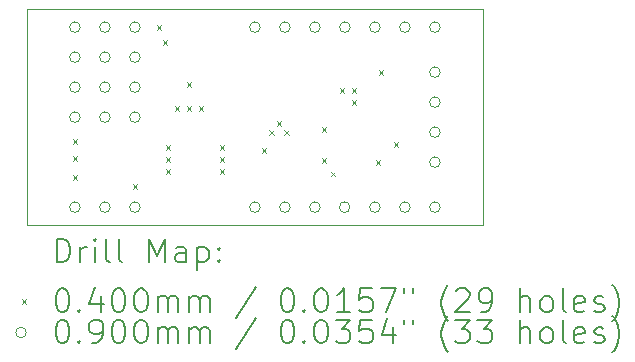
<source format=gbr>
%TF.GenerationSoftware,KiCad,Pcbnew,6.0.11*%
%TF.CreationDate,2025-02-19T14:47:44+01:00*%
%TF.ProjectId,JetiMiniVarioPCB,4a657469-4d69-46e6-9956-6172696f5043,rev?*%
%TF.SameCoordinates,Original*%
%TF.FileFunction,Drillmap*%
%TF.FilePolarity,Positive*%
%FSLAX45Y45*%
G04 Gerber Fmt 4.5, Leading zero omitted, Abs format (unit mm)*
G04 Created by KiCad (PCBNEW 6.0.11) date 2025-02-19 14:47:44*
%MOMM*%
%LPD*%
G01*
G04 APERTURE LIST*
%ADD10C,0.100000*%
%ADD11C,0.200000*%
%ADD12C,0.040000*%
%ADD13C,0.090000*%
G04 APERTURE END LIST*
D10*
X7975600Y-8534400D02*
X11836400Y-8534400D01*
X11836400Y-6705600D02*
X11836400Y-8534400D01*
X7975600Y-6705600D02*
X11836400Y-6705600D01*
X7975600Y-8534400D02*
X7975600Y-6705600D01*
D11*
D12*
X8362000Y-7803200D02*
X8402000Y-7843200D01*
X8402000Y-7803200D02*
X8362000Y-7843200D01*
X8362000Y-7953150D02*
X8402000Y-7993150D01*
X8402000Y-7953150D02*
X8362000Y-7993150D01*
X8362000Y-8108000D02*
X8402000Y-8148000D01*
X8402000Y-8108000D02*
X8362000Y-8148000D01*
X8870000Y-8184200D02*
X8910000Y-8224200D01*
X8910000Y-8184200D02*
X8870000Y-8224200D01*
X9073200Y-6838000D02*
X9113200Y-6878000D01*
X9113200Y-6838000D02*
X9073200Y-6878000D01*
X9124000Y-6965000D02*
X9164000Y-7005000D01*
X9164000Y-6965000D02*
X9124000Y-7005000D01*
X9149400Y-7854000D02*
X9189400Y-7894000D01*
X9189400Y-7854000D02*
X9149400Y-7894000D01*
X9149400Y-7955600D02*
X9189400Y-7995600D01*
X9189400Y-7955600D02*
X9149400Y-7995600D01*
X9149400Y-8057200D02*
X9189400Y-8097200D01*
X9189400Y-8057200D02*
X9149400Y-8097200D01*
X9225600Y-7523800D02*
X9265600Y-7563800D01*
X9265600Y-7523800D02*
X9225600Y-7563800D01*
X9327200Y-7320600D02*
X9367200Y-7360600D01*
X9367200Y-7320600D02*
X9327200Y-7360600D01*
X9327200Y-7523800D02*
X9367200Y-7563800D01*
X9367200Y-7523800D02*
X9327200Y-7563800D01*
X9428800Y-7523800D02*
X9468800Y-7563800D01*
X9468800Y-7523800D02*
X9428800Y-7563800D01*
X9606600Y-7854000D02*
X9646600Y-7894000D01*
X9646600Y-7854000D02*
X9606600Y-7894000D01*
X9606600Y-7955600D02*
X9646600Y-7995600D01*
X9646600Y-7955600D02*
X9606600Y-7995600D01*
X9606600Y-8057200D02*
X9646600Y-8097200D01*
X9646600Y-8057200D02*
X9606600Y-8097200D01*
X9962200Y-7879400D02*
X10002200Y-7919400D01*
X10002200Y-7879400D02*
X9962200Y-7919400D01*
X10025700Y-7727000D02*
X10065700Y-7767000D01*
X10065700Y-7727000D02*
X10025700Y-7767000D01*
X10089200Y-7650800D02*
X10129200Y-7690800D01*
X10129200Y-7650800D02*
X10089200Y-7690800D01*
X10152700Y-7727000D02*
X10192700Y-7767000D01*
X10192700Y-7727000D02*
X10152700Y-7767000D01*
X10470200Y-7701600D02*
X10510200Y-7741600D01*
X10510200Y-7701600D02*
X10470200Y-7741600D01*
X10470200Y-7968300D02*
X10510200Y-8008300D01*
X10510200Y-7968300D02*
X10470200Y-8008300D01*
X10547000Y-8081000D02*
X10587000Y-8121000D01*
X10587000Y-8081000D02*
X10547000Y-8121000D01*
X10622600Y-7371400D02*
X10662600Y-7411400D01*
X10662600Y-7371400D02*
X10622600Y-7411400D01*
X10724200Y-7371400D02*
X10764200Y-7411400D01*
X10764200Y-7371400D02*
X10724200Y-7411400D01*
X10724200Y-7473000D02*
X10764200Y-7513000D01*
X10764200Y-7473000D02*
X10724200Y-7513000D01*
X10927400Y-7981000D02*
X10967400Y-8021000D01*
X10967400Y-7981000D02*
X10927400Y-8021000D01*
X10952800Y-7219000D02*
X10992800Y-7259000D01*
X10992800Y-7219000D02*
X10952800Y-7259000D01*
X11079800Y-7828600D02*
X11119800Y-7868600D01*
X11119800Y-7828600D02*
X11079800Y-7868600D01*
D13*
X8427000Y-6858000D02*
G75*
G03*
X8427000Y-6858000I-45000J0D01*
G01*
X8427000Y-7112000D02*
G75*
G03*
X8427000Y-7112000I-45000J0D01*
G01*
X8427000Y-7366000D02*
G75*
G03*
X8427000Y-7366000I-45000J0D01*
G01*
X8427000Y-7620000D02*
G75*
G03*
X8427000Y-7620000I-45000J0D01*
G01*
X8427000Y-8382000D02*
G75*
G03*
X8427000Y-8382000I-45000J0D01*
G01*
X8681000Y-6858000D02*
G75*
G03*
X8681000Y-6858000I-45000J0D01*
G01*
X8681000Y-7112000D02*
G75*
G03*
X8681000Y-7112000I-45000J0D01*
G01*
X8681000Y-7366000D02*
G75*
G03*
X8681000Y-7366000I-45000J0D01*
G01*
X8681000Y-7620000D02*
G75*
G03*
X8681000Y-7620000I-45000J0D01*
G01*
X8681000Y-8382000D02*
G75*
G03*
X8681000Y-8382000I-45000J0D01*
G01*
X8935000Y-6858000D02*
G75*
G03*
X8935000Y-6858000I-45000J0D01*
G01*
X8935000Y-7112000D02*
G75*
G03*
X8935000Y-7112000I-45000J0D01*
G01*
X8935000Y-7366000D02*
G75*
G03*
X8935000Y-7366000I-45000J0D01*
G01*
X8935000Y-7620000D02*
G75*
G03*
X8935000Y-7620000I-45000J0D01*
G01*
X8935000Y-8382000D02*
G75*
G03*
X8935000Y-8382000I-45000J0D01*
G01*
X9951000Y-6858000D02*
G75*
G03*
X9951000Y-6858000I-45000J0D01*
G01*
X9951000Y-8382000D02*
G75*
G03*
X9951000Y-8382000I-45000J0D01*
G01*
X10205000Y-6858000D02*
G75*
G03*
X10205000Y-6858000I-45000J0D01*
G01*
X10205000Y-8382000D02*
G75*
G03*
X10205000Y-8382000I-45000J0D01*
G01*
X10459000Y-6858000D02*
G75*
G03*
X10459000Y-6858000I-45000J0D01*
G01*
X10459000Y-8382000D02*
G75*
G03*
X10459000Y-8382000I-45000J0D01*
G01*
X10710968Y-8382000D02*
G75*
G03*
X10710968Y-8382000I-45000J0D01*
G01*
X10713000Y-6858000D02*
G75*
G03*
X10713000Y-6858000I-45000J0D01*
G01*
X10967000Y-6858000D02*
G75*
G03*
X10967000Y-6858000I-45000J0D01*
G01*
X10967000Y-8382000D02*
G75*
G03*
X10967000Y-8382000I-45000J0D01*
G01*
X11221000Y-6858000D02*
G75*
G03*
X11221000Y-6858000I-45000J0D01*
G01*
X11221000Y-8382000D02*
G75*
G03*
X11221000Y-8382000I-45000J0D01*
G01*
X11475000Y-6858000D02*
G75*
G03*
X11475000Y-6858000I-45000J0D01*
G01*
X11475000Y-7239000D02*
G75*
G03*
X11475000Y-7239000I-45000J0D01*
G01*
X11475000Y-7493000D02*
G75*
G03*
X11475000Y-7493000I-45000J0D01*
G01*
X11475000Y-7747000D02*
G75*
G03*
X11475000Y-7747000I-45000J0D01*
G01*
X11475000Y-8001000D02*
G75*
G03*
X11475000Y-8001000I-45000J0D01*
G01*
X11475000Y-8382000D02*
G75*
G03*
X11475000Y-8382000I-45000J0D01*
G01*
D11*
X8228219Y-8849876D02*
X8228219Y-8649876D01*
X8275838Y-8649876D01*
X8304409Y-8659400D01*
X8323457Y-8678448D01*
X8332981Y-8697495D01*
X8342505Y-8735590D01*
X8342505Y-8764162D01*
X8332981Y-8802257D01*
X8323457Y-8821305D01*
X8304409Y-8840352D01*
X8275838Y-8849876D01*
X8228219Y-8849876D01*
X8428219Y-8849876D02*
X8428219Y-8716543D01*
X8428219Y-8754638D02*
X8437743Y-8735590D01*
X8447267Y-8726067D01*
X8466314Y-8716543D01*
X8485362Y-8716543D01*
X8552029Y-8849876D02*
X8552029Y-8716543D01*
X8552029Y-8649876D02*
X8542505Y-8659400D01*
X8552029Y-8668924D01*
X8561552Y-8659400D01*
X8552029Y-8649876D01*
X8552029Y-8668924D01*
X8675838Y-8849876D02*
X8656790Y-8840352D01*
X8647267Y-8821305D01*
X8647267Y-8649876D01*
X8780600Y-8849876D02*
X8761552Y-8840352D01*
X8752029Y-8821305D01*
X8752029Y-8649876D01*
X9009171Y-8849876D02*
X9009171Y-8649876D01*
X9075838Y-8792733D01*
X9142505Y-8649876D01*
X9142505Y-8849876D01*
X9323457Y-8849876D02*
X9323457Y-8745114D01*
X9313933Y-8726067D01*
X9294886Y-8716543D01*
X9256790Y-8716543D01*
X9237743Y-8726067D01*
X9323457Y-8840352D02*
X9304410Y-8849876D01*
X9256790Y-8849876D01*
X9237743Y-8840352D01*
X9228219Y-8821305D01*
X9228219Y-8802257D01*
X9237743Y-8783210D01*
X9256790Y-8773686D01*
X9304410Y-8773686D01*
X9323457Y-8764162D01*
X9418695Y-8716543D02*
X9418695Y-8916543D01*
X9418695Y-8726067D02*
X9437743Y-8716543D01*
X9475838Y-8716543D01*
X9494886Y-8726067D01*
X9504410Y-8735590D01*
X9513933Y-8754638D01*
X9513933Y-8811781D01*
X9504410Y-8830829D01*
X9494886Y-8840352D01*
X9475838Y-8849876D01*
X9437743Y-8849876D01*
X9418695Y-8840352D01*
X9599648Y-8830829D02*
X9609171Y-8840352D01*
X9599648Y-8849876D01*
X9590124Y-8840352D01*
X9599648Y-8830829D01*
X9599648Y-8849876D01*
X9599648Y-8726067D02*
X9609171Y-8735590D01*
X9599648Y-8745114D01*
X9590124Y-8735590D01*
X9599648Y-8726067D01*
X9599648Y-8745114D01*
D12*
X7930600Y-9159400D02*
X7970600Y-9199400D01*
X7970600Y-9159400D02*
X7930600Y-9199400D01*
D11*
X8266314Y-9069876D02*
X8285362Y-9069876D01*
X8304409Y-9079400D01*
X8313933Y-9088924D01*
X8323457Y-9107971D01*
X8332981Y-9146067D01*
X8332981Y-9193686D01*
X8323457Y-9231781D01*
X8313933Y-9250829D01*
X8304409Y-9260352D01*
X8285362Y-9269876D01*
X8266314Y-9269876D01*
X8247267Y-9260352D01*
X8237743Y-9250829D01*
X8228219Y-9231781D01*
X8218695Y-9193686D01*
X8218695Y-9146067D01*
X8228219Y-9107971D01*
X8237743Y-9088924D01*
X8247267Y-9079400D01*
X8266314Y-9069876D01*
X8418695Y-9250829D02*
X8428219Y-9260352D01*
X8418695Y-9269876D01*
X8409171Y-9260352D01*
X8418695Y-9250829D01*
X8418695Y-9269876D01*
X8599648Y-9136543D02*
X8599648Y-9269876D01*
X8552029Y-9060352D02*
X8504410Y-9203210D01*
X8628219Y-9203210D01*
X8742505Y-9069876D02*
X8761552Y-9069876D01*
X8780600Y-9079400D01*
X8790124Y-9088924D01*
X8799648Y-9107971D01*
X8809171Y-9146067D01*
X8809171Y-9193686D01*
X8799648Y-9231781D01*
X8790124Y-9250829D01*
X8780600Y-9260352D01*
X8761552Y-9269876D01*
X8742505Y-9269876D01*
X8723457Y-9260352D01*
X8713933Y-9250829D01*
X8704410Y-9231781D01*
X8694886Y-9193686D01*
X8694886Y-9146067D01*
X8704410Y-9107971D01*
X8713933Y-9088924D01*
X8723457Y-9079400D01*
X8742505Y-9069876D01*
X8932981Y-9069876D02*
X8952029Y-9069876D01*
X8971076Y-9079400D01*
X8980600Y-9088924D01*
X8990124Y-9107971D01*
X8999648Y-9146067D01*
X8999648Y-9193686D01*
X8990124Y-9231781D01*
X8980600Y-9250829D01*
X8971076Y-9260352D01*
X8952029Y-9269876D01*
X8932981Y-9269876D01*
X8913933Y-9260352D01*
X8904410Y-9250829D01*
X8894886Y-9231781D01*
X8885362Y-9193686D01*
X8885362Y-9146067D01*
X8894886Y-9107971D01*
X8904410Y-9088924D01*
X8913933Y-9079400D01*
X8932981Y-9069876D01*
X9085362Y-9269876D02*
X9085362Y-9136543D01*
X9085362Y-9155590D02*
X9094886Y-9146067D01*
X9113933Y-9136543D01*
X9142505Y-9136543D01*
X9161552Y-9146067D01*
X9171076Y-9165114D01*
X9171076Y-9269876D01*
X9171076Y-9165114D02*
X9180600Y-9146067D01*
X9199648Y-9136543D01*
X9228219Y-9136543D01*
X9247267Y-9146067D01*
X9256790Y-9165114D01*
X9256790Y-9269876D01*
X9352029Y-9269876D02*
X9352029Y-9136543D01*
X9352029Y-9155590D02*
X9361552Y-9146067D01*
X9380600Y-9136543D01*
X9409171Y-9136543D01*
X9428219Y-9146067D01*
X9437743Y-9165114D01*
X9437743Y-9269876D01*
X9437743Y-9165114D02*
X9447267Y-9146067D01*
X9466314Y-9136543D01*
X9494886Y-9136543D01*
X9513933Y-9146067D01*
X9523457Y-9165114D01*
X9523457Y-9269876D01*
X9913933Y-9060352D02*
X9742505Y-9317495D01*
X10171076Y-9069876D02*
X10190124Y-9069876D01*
X10209171Y-9079400D01*
X10218695Y-9088924D01*
X10228219Y-9107971D01*
X10237743Y-9146067D01*
X10237743Y-9193686D01*
X10228219Y-9231781D01*
X10218695Y-9250829D01*
X10209171Y-9260352D01*
X10190124Y-9269876D01*
X10171076Y-9269876D01*
X10152029Y-9260352D01*
X10142505Y-9250829D01*
X10132981Y-9231781D01*
X10123457Y-9193686D01*
X10123457Y-9146067D01*
X10132981Y-9107971D01*
X10142505Y-9088924D01*
X10152029Y-9079400D01*
X10171076Y-9069876D01*
X10323457Y-9250829D02*
X10332981Y-9260352D01*
X10323457Y-9269876D01*
X10313933Y-9260352D01*
X10323457Y-9250829D01*
X10323457Y-9269876D01*
X10456790Y-9069876D02*
X10475838Y-9069876D01*
X10494886Y-9079400D01*
X10504410Y-9088924D01*
X10513933Y-9107971D01*
X10523457Y-9146067D01*
X10523457Y-9193686D01*
X10513933Y-9231781D01*
X10504410Y-9250829D01*
X10494886Y-9260352D01*
X10475838Y-9269876D01*
X10456790Y-9269876D01*
X10437743Y-9260352D01*
X10428219Y-9250829D01*
X10418695Y-9231781D01*
X10409171Y-9193686D01*
X10409171Y-9146067D01*
X10418695Y-9107971D01*
X10428219Y-9088924D01*
X10437743Y-9079400D01*
X10456790Y-9069876D01*
X10713933Y-9269876D02*
X10599648Y-9269876D01*
X10656790Y-9269876D02*
X10656790Y-9069876D01*
X10637743Y-9098448D01*
X10618695Y-9117495D01*
X10599648Y-9127019D01*
X10894886Y-9069876D02*
X10799648Y-9069876D01*
X10790124Y-9165114D01*
X10799648Y-9155590D01*
X10818695Y-9146067D01*
X10866314Y-9146067D01*
X10885362Y-9155590D01*
X10894886Y-9165114D01*
X10904410Y-9184162D01*
X10904410Y-9231781D01*
X10894886Y-9250829D01*
X10885362Y-9260352D01*
X10866314Y-9269876D01*
X10818695Y-9269876D01*
X10799648Y-9260352D01*
X10790124Y-9250829D01*
X10971076Y-9069876D02*
X11104410Y-9069876D01*
X11018695Y-9269876D01*
X11171076Y-9069876D02*
X11171076Y-9107971D01*
X11247267Y-9069876D02*
X11247267Y-9107971D01*
X11542505Y-9346067D02*
X11532981Y-9336543D01*
X11513933Y-9307971D01*
X11504409Y-9288924D01*
X11494886Y-9260352D01*
X11485362Y-9212733D01*
X11485362Y-9174638D01*
X11494886Y-9127019D01*
X11504409Y-9098448D01*
X11513933Y-9079400D01*
X11532981Y-9050829D01*
X11542505Y-9041305D01*
X11609171Y-9088924D02*
X11618695Y-9079400D01*
X11637743Y-9069876D01*
X11685362Y-9069876D01*
X11704409Y-9079400D01*
X11713933Y-9088924D01*
X11723457Y-9107971D01*
X11723457Y-9127019D01*
X11713933Y-9155590D01*
X11599648Y-9269876D01*
X11723457Y-9269876D01*
X11818695Y-9269876D02*
X11856790Y-9269876D01*
X11875838Y-9260352D01*
X11885362Y-9250829D01*
X11904409Y-9222257D01*
X11913933Y-9184162D01*
X11913933Y-9107971D01*
X11904409Y-9088924D01*
X11894886Y-9079400D01*
X11875838Y-9069876D01*
X11837743Y-9069876D01*
X11818695Y-9079400D01*
X11809171Y-9088924D01*
X11799648Y-9107971D01*
X11799648Y-9155590D01*
X11809171Y-9174638D01*
X11818695Y-9184162D01*
X11837743Y-9193686D01*
X11875838Y-9193686D01*
X11894886Y-9184162D01*
X11904409Y-9174638D01*
X11913933Y-9155590D01*
X12152028Y-9269876D02*
X12152028Y-9069876D01*
X12237743Y-9269876D02*
X12237743Y-9165114D01*
X12228219Y-9146067D01*
X12209171Y-9136543D01*
X12180600Y-9136543D01*
X12161552Y-9146067D01*
X12152028Y-9155590D01*
X12361552Y-9269876D02*
X12342505Y-9260352D01*
X12332981Y-9250829D01*
X12323457Y-9231781D01*
X12323457Y-9174638D01*
X12332981Y-9155590D01*
X12342505Y-9146067D01*
X12361552Y-9136543D01*
X12390124Y-9136543D01*
X12409171Y-9146067D01*
X12418695Y-9155590D01*
X12428219Y-9174638D01*
X12428219Y-9231781D01*
X12418695Y-9250829D01*
X12409171Y-9260352D01*
X12390124Y-9269876D01*
X12361552Y-9269876D01*
X12542505Y-9269876D02*
X12523457Y-9260352D01*
X12513933Y-9241305D01*
X12513933Y-9069876D01*
X12694886Y-9260352D02*
X12675838Y-9269876D01*
X12637743Y-9269876D01*
X12618695Y-9260352D01*
X12609171Y-9241305D01*
X12609171Y-9165114D01*
X12618695Y-9146067D01*
X12637743Y-9136543D01*
X12675838Y-9136543D01*
X12694886Y-9146067D01*
X12704409Y-9165114D01*
X12704409Y-9184162D01*
X12609171Y-9203210D01*
X12780600Y-9260352D02*
X12799648Y-9269876D01*
X12837743Y-9269876D01*
X12856790Y-9260352D01*
X12866314Y-9241305D01*
X12866314Y-9231781D01*
X12856790Y-9212733D01*
X12837743Y-9203210D01*
X12809171Y-9203210D01*
X12790124Y-9193686D01*
X12780600Y-9174638D01*
X12780600Y-9165114D01*
X12790124Y-9146067D01*
X12809171Y-9136543D01*
X12837743Y-9136543D01*
X12856790Y-9146067D01*
X12932981Y-9346067D02*
X12942505Y-9336543D01*
X12961552Y-9307971D01*
X12971076Y-9288924D01*
X12980600Y-9260352D01*
X12990124Y-9212733D01*
X12990124Y-9174638D01*
X12980600Y-9127019D01*
X12971076Y-9098448D01*
X12961552Y-9079400D01*
X12942505Y-9050829D01*
X12932981Y-9041305D01*
D13*
X7970600Y-9443400D02*
G75*
G03*
X7970600Y-9443400I-45000J0D01*
G01*
D11*
X8266314Y-9333876D02*
X8285362Y-9333876D01*
X8304409Y-9343400D01*
X8313933Y-9352924D01*
X8323457Y-9371971D01*
X8332981Y-9410067D01*
X8332981Y-9457686D01*
X8323457Y-9495781D01*
X8313933Y-9514829D01*
X8304409Y-9524352D01*
X8285362Y-9533876D01*
X8266314Y-9533876D01*
X8247267Y-9524352D01*
X8237743Y-9514829D01*
X8228219Y-9495781D01*
X8218695Y-9457686D01*
X8218695Y-9410067D01*
X8228219Y-9371971D01*
X8237743Y-9352924D01*
X8247267Y-9343400D01*
X8266314Y-9333876D01*
X8418695Y-9514829D02*
X8428219Y-9524352D01*
X8418695Y-9533876D01*
X8409171Y-9524352D01*
X8418695Y-9514829D01*
X8418695Y-9533876D01*
X8523457Y-9533876D02*
X8561552Y-9533876D01*
X8580600Y-9524352D01*
X8590124Y-9514829D01*
X8609171Y-9486257D01*
X8618695Y-9448162D01*
X8618695Y-9371971D01*
X8609171Y-9352924D01*
X8599648Y-9343400D01*
X8580600Y-9333876D01*
X8542505Y-9333876D01*
X8523457Y-9343400D01*
X8513933Y-9352924D01*
X8504410Y-9371971D01*
X8504410Y-9419590D01*
X8513933Y-9438638D01*
X8523457Y-9448162D01*
X8542505Y-9457686D01*
X8580600Y-9457686D01*
X8599648Y-9448162D01*
X8609171Y-9438638D01*
X8618695Y-9419590D01*
X8742505Y-9333876D02*
X8761552Y-9333876D01*
X8780600Y-9343400D01*
X8790124Y-9352924D01*
X8799648Y-9371971D01*
X8809171Y-9410067D01*
X8809171Y-9457686D01*
X8799648Y-9495781D01*
X8790124Y-9514829D01*
X8780600Y-9524352D01*
X8761552Y-9533876D01*
X8742505Y-9533876D01*
X8723457Y-9524352D01*
X8713933Y-9514829D01*
X8704410Y-9495781D01*
X8694886Y-9457686D01*
X8694886Y-9410067D01*
X8704410Y-9371971D01*
X8713933Y-9352924D01*
X8723457Y-9343400D01*
X8742505Y-9333876D01*
X8932981Y-9333876D02*
X8952029Y-9333876D01*
X8971076Y-9343400D01*
X8980600Y-9352924D01*
X8990124Y-9371971D01*
X8999648Y-9410067D01*
X8999648Y-9457686D01*
X8990124Y-9495781D01*
X8980600Y-9514829D01*
X8971076Y-9524352D01*
X8952029Y-9533876D01*
X8932981Y-9533876D01*
X8913933Y-9524352D01*
X8904410Y-9514829D01*
X8894886Y-9495781D01*
X8885362Y-9457686D01*
X8885362Y-9410067D01*
X8894886Y-9371971D01*
X8904410Y-9352924D01*
X8913933Y-9343400D01*
X8932981Y-9333876D01*
X9085362Y-9533876D02*
X9085362Y-9400543D01*
X9085362Y-9419590D02*
X9094886Y-9410067D01*
X9113933Y-9400543D01*
X9142505Y-9400543D01*
X9161552Y-9410067D01*
X9171076Y-9429114D01*
X9171076Y-9533876D01*
X9171076Y-9429114D02*
X9180600Y-9410067D01*
X9199648Y-9400543D01*
X9228219Y-9400543D01*
X9247267Y-9410067D01*
X9256790Y-9429114D01*
X9256790Y-9533876D01*
X9352029Y-9533876D02*
X9352029Y-9400543D01*
X9352029Y-9419590D02*
X9361552Y-9410067D01*
X9380600Y-9400543D01*
X9409171Y-9400543D01*
X9428219Y-9410067D01*
X9437743Y-9429114D01*
X9437743Y-9533876D01*
X9437743Y-9429114D02*
X9447267Y-9410067D01*
X9466314Y-9400543D01*
X9494886Y-9400543D01*
X9513933Y-9410067D01*
X9523457Y-9429114D01*
X9523457Y-9533876D01*
X9913933Y-9324352D02*
X9742505Y-9581495D01*
X10171076Y-9333876D02*
X10190124Y-9333876D01*
X10209171Y-9343400D01*
X10218695Y-9352924D01*
X10228219Y-9371971D01*
X10237743Y-9410067D01*
X10237743Y-9457686D01*
X10228219Y-9495781D01*
X10218695Y-9514829D01*
X10209171Y-9524352D01*
X10190124Y-9533876D01*
X10171076Y-9533876D01*
X10152029Y-9524352D01*
X10142505Y-9514829D01*
X10132981Y-9495781D01*
X10123457Y-9457686D01*
X10123457Y-9410067D01*
X10132981Y-9371971D01*
X10142505Y-9352924D01*
X10152029Y-9343400D01*
X10171076Y-9333876D01*
X10323457Y-9514829D02*
X10332981Y-9524352D01*
X10323457Y-9533876D01*
X10313933Y-9524352D01*
X10323457Y-9514829D01*
X10323457Y-9533876D01*
X10456790Y-9333876D02*
X10475838Y-9333876D01*
X10494886Y-9343400D01*
X10504410Y-9352924D01*
X10513933Y-9371971D01*
X10523457Y-9410067D01*
X10523457Y-9457686D01*
X10513933Y-9495781D01*
X10504410Y-9514829D01*
X10494886Y-9524352D01*
X10475838Y-9533876D01*
X10456790Y-9533876D01*
X10437743Y-9524352D01*
X10428219Y-9514829D01*
X10418695Y-9495781D01*
X10409171Y-9457686D01*
X10409171Y-9410067D01*
X10418695Y-9371971D01*
X10428219Y-9352924D01*
X10437743Y-9343400D01*
X10456790Y-9333876D01*
X10590124Y-9333876D02*
X10713933Y-9333876D01*
X10647267Y-9410067D01*
X10675838Y-9410067D01*
X10694886Y-9419590D01*
X10704410Y-9429114D01*
X10713933Y-9448162D01*
X10713933Y-9495781D01*
X10704410Y-9514829D01*
X10694886Y-9524352D01*
X10675838Y-9533876D01*
X10618695Y-9533876D01*
X10599648Y-9524352D01*
X10590124Y-9514829D01*
X10894886Y-9333876D02*
X10799648Y-9333876D01*
X10790124Y-9429114D01*
X10799648Y-9419590D01*
X10818695Y-9410067D01*
X10866314Y-9410067D01*
X10885362Y-9419590D01*
X10894886Y-9429114D01*
X10904410Y-9448162D01*
X10904410Y-9495781D01*
X10894886Y-9514829D01*
X10885362Y-9524352D01*
X10866314Y-9533876D01*
X10818695Y-9533876D01*
X10799648Y-9524352D01*
X10790124Y-9514829D01*
X11075838Y-9400543D02*
X11075838Y-9533876D01*
X11028219Y-9324352D02*
X10980600Y-9467210D01*
X11104410Y-9467210D01*
X11171076Y-9333876D02*
X11171076Y-9371971D01*
X11247267Y-9333876D02*
X11247267Y-9371971D01*
X11542505Y-9610067D02*
X11532981Y-9600543D01*
X11513933Y-9571971D01*
X11504409Y-9552924D01*
X11494886Y-9524352D01*
X11485362Y-9476733D01*
X11485362Y-9438638D01*
X11494886Y-9391019D01*
X11504409Y-9362448D01*
X11513933Y-9343400D01*
X11532981Y-9314829D01*
X11542505Y-9305305D01*
X11599648Y-9333876D02*
X11723457Y-9333876D01*
X11656790Y-9410067D01*
X11685362Y-9410067D01*
X11704409Y-9419590D01*
X11713933Y-9429114D01*
X11723457Y-9448162D01*
X11723457Y-9495781D01*
X11713933Y-9514829D01*
X11704409Y-9524352D01*
X11685362Y-9533876D01*
X11628219Y-9533876D01*
X11609171Y-9524352D01*
X11599648Y-9514829D01*
X11790124Y-9333876D02*
X11913933Y-9333876D01*
X11847267Y-9410067D01*
X11875838Y-9410067D01*
X11894886Y-9419590D01*
X11904409Y-9429114D01*
X11913933Y-9448162D01*
X11913933Y-9495781D01*
X11904409Y-9514829D01*
X11894886Y-9524352D01*
X11875838Y-9533876D01*
X11818695Y-9533876D01*
X11799648Y-9524352D01*
X11790124Y-9514829D01*
X12152028Y-9533876D02*
X12152028Y-9333876D01*
X12237743Y-9533876D02*
X12237743Y-9429114D01*
X12228219Y-9410067D01*
X12209171Y-9400543D01*
X12180600Y-9400543D01*
X12161552Y-9410067D01*
X12152028Y-9419590D01*
X12361552Y-9533876D02*
X12342505Y-9524352D01*
X12332981Y-9514829D01*
X12323457Y-9495781D01*
X12323457Y-9438638D01*
X12332981Y-9419590D01*
X12342505Y-9410067D01*
X12361552Y-9400543D01*
X12390124Y-9400543D01*
X12409171Y-9410067D01*
X12418695Y-9419590D01*
X12428219Y-9438638D01*
X12428219Y-9495781D01*
X12418695Y-9514829D01*
X12409171Y-9524352D01*
X12390124Y-9533876D01*
X12361552Y-9533876D01*
X12542505Y-9533876D02*
X12523457Y-9524352D01*
X12513933Y-9505305D01*
X12513933Y-9333876D01*
X12694886Y-9524352D02*
X12675838Y-9533876D01*
X12637743Y-9533876D01*
X12618695Y-9524352D01*
X12609171Y-9505305D01*
X12609171Y-9429114D01*
X12618695Y-9410067D01*
X12637743Y-9400543D01*
X12675838Y-9400543D01*
X12694886Y-9410067D01*
X12704409Y-9429114D01*
X12704409Y-9448162D01*
X12609171Y-9467210D01*
X12780600Y-9524352D02*
X12799648Y-9533876D01*
X12837743Y-9533876D01*
X12856790Y-9524352D01*
X12866314Y-9505305D01*
X12866314Y-9495781D01*
X12856790Y-9476733D01*
X12837743Y-9467210D01*
X12809171Y-9467210D01*
X12790124Y-9457686D01*
X12780600Y-9438638D01*
X12780600Y-9429114D01*
X12790124Y-9410067D01*
X12809171Y-9400543D01*
X12837743Y-9400543D01*
X12856790Y-9410067D01*
X12932981Y-9610067D02*
X12942505Y-9600543D01*
X12961552Y-9571971D01*
X12971076Y-9552924D01*
X12980600Y-9524352D01*
X12990124Y-9476733D01*
X12990124Y-9438638D01*
X12980600Y-9391019D01*
X12971076Y-9362448D01*
X12961552Y-9343400D01*
X12942505Y-9314829D01*
X12932981Y-9305305D01*
M02*

</source>
